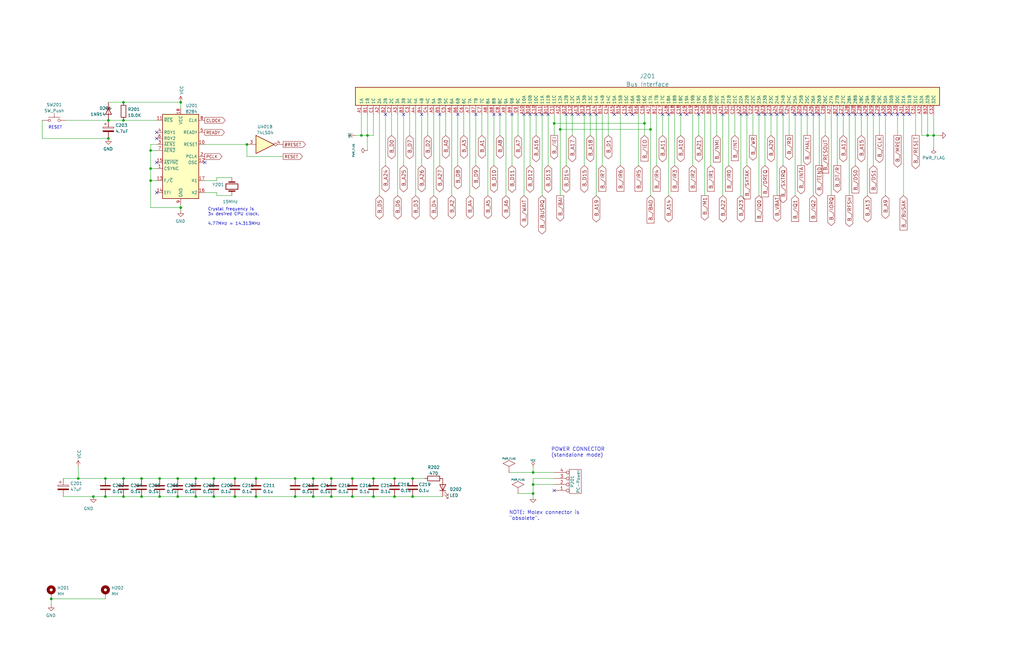
<source format=kicad_sch>
(kicad_sch (version 20211123) (generator eeschema)
  (paper "B")
  (title_block (title "8088Min CPU Board") (date "2022-10-07") (rev "1.0-001") (comment 1 "8088 Minimum-mode SBC") (comment 2 "Based on design from Walter Fuller"))
  (lib_symbols
    (symbol "74xx:74LS04"
      (property "Reference" "U" (at 0 1.27 0))
      (property "Value" "74LS04" (at 0 -1.27 0))
      (symbol "74LS04_1_0"
        (pin input line (at -7.62 0 0) (length 3.81) (name "~") (number "1"))
        (pin output inverted (at 7.62 0 180) (length 3.81) (name "~") (number "2"))
      )
      (symbol "74LS04_2_0"
        (pin input line (at -7.62 0 0) (length 3.81) (name "~") (number "3"))
        (pin output inverted (at 7.62 0 180) (length 3.81) (name "~") (number "4"))
      )
      (symbol "74LS04_3_0"
        (pin input line (at -7.62 0 0) (length 3.81) (name "~") (number "5"))
        (pin output inverted (at 7.62 0 180) (length 3.81) (name "~") (number "6"))
      )
      (symbol "74LS04_4_0"
        (pin output inverted (at 7.62 0 180) (length 3.81) (name "~") (number "8"))
        (pin input line (at -7.62 0 0) (length 3.81) (name "~") (number "9"))
      )
      (symbol "74LS04_5_0"
        (pin output inverted (at 7.62 0 180) (length 3.81) (name "~") (number "10"))
        (pin input line (at -7.62 0 0) (length 3.81) (name "~") (number "11"))
      )
      (symbol "74LS04_6_0"
        (pin output inverted (at 7.62 0 180) (length 3.81) (name "~") (number "12"))
        (pin input line (at -7.62 0 0) (length 3.81) (name "~") (number "13"))
      )
      (symbol "74LS04_7_0"
        (pin power_in line (at 0 12.7 270) (length 5.08) (name "VCC") (number "14"))
        (pin power_in line (at 0 -12.7 90) (length 5.08) (name "GND") (number "7"))
      )
    )
    (symbol "Device:C" (pin_numbers hide) (pin_names (offset 0.254))
      (property "Reference" "C" (at 0.635 2.54 0))
      (property "Value" "C" (at 0.635 -2.54 0))
      (symbol "C_1_1"
        (pin passive line (at 0 3.81 270) (length 2.794) (name "~") (number "1"))
        (pin passive line (at 0 -3.81 90) (length 2.794) (name "~") (number "2"))
      )
    )
    (symbol "Device:C_Polarized" (pin_numbers hide) (pin_names (offset 0.254))
      (property "Reference" "C" (at 0.635 2.54 0))
      (property "Value" "C_Polarized" (at 0.635 -2.54 0))
      (symbol "C_Polarized_1_1"
        (pin passive line (at 0 3.81 270) (length 2.794) (name "~") (number "1"))
        (pin passive line (at 0 -3.81 90) (length 2.794) (name "~") (number "2"))
      )
    )
    (symbol "Device:Crystal" (pin_numbers hide) (pin_names (offset 1.016) hide)
      (property "Reference" "Y" (at 0 3.81 0))
      (property "Value" "Crystal" (at 0 -3.81 0))
      (symbol "Crystal_1_1"
        (pin passive line (at -3.81 0 0) (length 1.27) (name "1") (number "1"))
        (pin passive line (at 3.81 0 180) (length 1.27) (name "2") (number "2"))
      )
    )
    (symbol "Device:D" (pin_numbers hide) (pin_names (offset 1.016) hide)
      (property "Reference" "D" (at 0 2.54 0))
      (property "Value" "D" (at 0 -2.54 0))
      (symbol "D_1_1"
        (pin passive line (at -3.81 0 0) (length 2.54) (name "K") (number "1"))
        (pin passive line (at 3.81 0 180) (length 2.54) (name "A") (number "2"))
      )
    )
    (symbol "Device:LED" (pin_numbers hide) (pin_names (offset 1.016) hide)
      (property "Reference" "D" (at 0 2.54 0))
      (property "Value" "LED" (at 0 -2.54 0))
      (symbol "LED_1_1"
        (pin passive line (at -3.81 0 0) (length 2.54) (name "K") (number "1"))
        (pin passive line (at 3.81 0 180) (length 2.54) (name "A") (number "2"))
      )
    )
    (symbol "Device:R" (pin_numbers hide) (pin_names (offset 0))
      (property "Reference" "R" (at 2.032 0 90))
      (property "Value" "R" (at 0 0 90))
      (symbol "R_1_1"
        (pin passive line (at 0 3.81 270) (length 1.27) (name "~") (number "1"))
        (pin passive line (at 0 -3.81 90) (length 1.27) (name "~") (number "2"))
      )
    )
    (symbol "Mechanical:MountingHole_Pad" (pin_numbers hide) (pin_names (offset 1.016) hide)
      (property "Reference" "H" (at 0 6.35 0))
      (property "Value" "MountingHole_Pad" (at 0 4.445 0))
      (symbol "MountingHole_Pad_1_1"
        (pin input line (at 0 -2.54 90) (length 2.54) (name "1") (number "1"))
      )
    )
    (symbol "RAC_Custom2:C96ABC-Connector"
      (property "Reference" "DIN201" (at -124.46 0 0))
      (property "Value" "C96ABC-Connector" (at 0 6.35 90))
      (symbol "C96ABC-Connector_1_1"
        (pin passive line (at -7.62 121.92 0) (length 3.81) (name "1A") (number "A1"))
        (pin passive line (at -7.62 53.34 0) (length 3.81) (name "10A") (number "A10"))
        (pin passive line (at -7.62 45.72 0) (length 3.81) (name "11A") (number "A11"))
        (pin passive line (at -7.62 38.1 0) (length 3.81) (name "12A") (number "A12"))
        (pin passive line (at -7.62 30.48 0) (length 3.81) (name "13A") (number "A13"))
        (pin passive line (at -7.62 22.86 0) (length 3.81) (name "14A") (number "A14"))
        (pin passive line (at -7.62 15.24 0) (length 3.81) (name "15A") (number "A15"))
        (pin passive line (at -7.62 7.62 0) (length 3.81) (name "16A") (number "A16"))
        (pin passive line (at -7.62 0 0) (length 3.81) (name "17A") (number "A17"))
        (pin passive line (at -7.62 -7.62 0) (length 3.81) (name "18A") (number "A18"))
        (pin passive line (at -7.62 -15.24 0) (length 3.81) (name "19A") (number "A19"))
        (pin passive line (at -7.62 114.3 0) (length 3.81) (name "2A") (number "A2"))
        (pin passive line (at -7.62 -22.86 0) (length 3.81) (name "20A") (number "A20"))
        (pin tri_state line (at -7.62 -30.48 0) (length 3.81) (name "21A") (number "A21"))
        (pin passive line (at -7.62 -38.1 0) (length 3.81) (name "22A") (number "A22"))
        (pin passive line (at -7.62 -45.72 0) (length 3.81) (name "23A") (number "A23"))
        (pin passive line (at -7.62 -53.34 0) (length 3.81) (name "24A") (number "A24"))
        (pin passive line (at -7.62 -60.96 0) (length 3.81) (name "25A") (number "A25"))
        (pin passive line (at -7.62 -68.58 0) (length 3.81) (name "26A") (number "A26"))
        (pin passive line (at -7.62 -76.2 0) (length 3.81) (name "27A") (number "A27"))
        (pin passive line (at -7.62 -83.82 0) (length 3.81) (name "28A") (number "A28"))
        (pin passive line (at -7.62 -91.44 0) (length 3.81) (name "29A") (number "A29"))
        (pin passive line (at -7.62 106.68 0) (length 3.81) (name "3A") (number "A3"))
        (pin passive line (at -7.62 -99.06 0) (length 3.81) (name "30A") (number "A30"))
        (pin passive line (at -7.62 -106.68 0) (length 3.81) (name "31A") (number "A31"))
        (pin passive line (at -7.62 -114.3 0) (length 3.81) (name "32A") (number "A32"))
        (pin passive line (at -7.62 99.06 0) (length 3.81) (name "4A") (number "A4"))
        (pin passive line (at -7.62 91.44 0) (length 3.81) (name "5A") (number "A5"))
        (pin passive line (at -7.62 83.82 0) (length 3.81) (name "6A") (number "A6"))
        (pin passive line (at -7.62 76.2 0) (length 3.81) (name "7A") (number "A7"))
        (pin passive line (at -7.62 68.58 0) (length 3.81) (name "8A") (number "A8"))
        (pin passive line (at -7.62 60.96 0) (length 3.81) (name "9A") (number "A9"))
        (pin passive line (at -7.62 119.38 0) (length 3.81) (name "1B") (number "B1"))
        (pin passive line (at -7.62 50.8 0) (length 3.81) (name "10B") (number "B10"))
        (pin passive line (at -7.62 43.18 0) (length 3.81) (name "11B") (number "B11"))
        (pin passive line (at -7.62 35.56 0) (length 3.81) (name "12B") (number "B12"))
        (pin passive line (at -7.62 27.94 0) (length 3.81) (name "13B") (number "B13"))
        (pin passive line (at -7.62 20.32 0) (length 3.81) (name "14B") (number "B14"))
        (pin passive line (at -7.62 12.7 0) (length 3.81) (name "15B") (number "B15"))
        (pin passive line (at -7.62 5.08 0) (length 3.81) (name "16B") (number "B16"))
        (pin passive line (at -7.62 -2.54 0) (length 3.81) (name "17B") (number "B17"))
        (pin passive line (at -7.62 -10.16 0) (length 3.81) (name "18B") (number "B18"))
        (pin passive line (at -7.62 -17.78 0) (length 3.81) (name "19B") (number "B19"))
        (pin passive line (at -7.62 111.76 0) (length 3.81) (name "2B") (number "B2"))
        (pin passive line (at -7.62 -25.4 0) (length 3.81) (name "20B") (number "B20"))
        (pin passive line (at -7.62 -33.02 0) (length 3.81) (name "21B") (number "B21"))
        (pin passive line (at -7.62 -40.64 0) (length 3.81) (name "22B") (number "B22"))
        (pin passive line (at -7.62 -48.26 0) (length 3.81) (name "23B") (number "B23"))
        (pin passive line (at -7.62 -55.88 0) (length 3.81) (name "24B") (number "B24"))
        (pin passive line (at -7.62 -63.5 0) (length 3.81) (name "25B") (number "B25"))
        (pin passive line (at -7.62 -71.12 0) (length 3.81) (name "26B") (number "B26"))
        (pin passive line (at -7.62 -78.74 0) (length 3.81) (name "27B") (number "B27"))
        (pin passive line (at -7.62 -86.36 0) (length 3.81) (name "28B") (number "B28"))
        (pin passive line (at -7.62 -93.98 0) (length 3.81) (name "29B") (number "B29"))
        (pin passive line (at -7.62 104.14 0) (length 3.81) (name "3B") (number "B3"))
        (pin passive line (at -7.62 -101.6 0) (length 3.81) (name "30B") (number "B30"))
        (pin passive line (at -7.62 -109.22 0) (length 3.81) (name "31B") (number "B31"))
        (pin passive line (at -7.62 -116.84 0) (length 3.81) (name "32B") (number "B32"))
        (pin passive line (at -7.62 96.52 0) (length 3.81) (name "4B") (number "B4"))
        (pin passive line (at -7.62 88.9 0) (length 3.81) (name "5B") (number "B5"))
        (pin passive line (at -7.62 81.28 0) (length 3.81) (name "6B") (number "B6"))
        (pin passive line (at -7.62 73.66 0) (length 3.81) (name "7B") (number "B7"))
        (pin passive line (at -7.62 66.04 0) (length 3.81) (name "8B") (number "B8"))
        (pin passive line (at -7.62 58.42 0) (length 3.81) (name "9B") (number "B9"))
        (pin passive line (at -7.62 116.84 0) (length 3.81) (name "1C") (number "C1"))
        (pin passive line (at -7.62 48.26 0) (length 3.81) (name "10C") (number "C10"))
        (pin passive line (at -7.62 40.64 0) (length 3.81) (name "11C") (number "C11"))
        (pin passive line (at -7.62 33.02 0) (length 3.81) (name "12C") (number "C12"))
        (pin passive line (at -7.62 25.4 0) (length 3.81) (name "13C") (number "C13"))
        (pin passive line (at -7.62 17.78 0) (length 3.81) (name "14C") (number "C14"))
        (pin passive line (at -7.62 10.16 0) (length 3.81) (name "15C") (number "C15"))
        (pin passive line (at -7.62 2.54 0) (length 3.81) (name "16C") (number "C16"))
        (pin passive line (at -7.62 -5.08 0) (length 3.81) (name "17C") (number "C17"))
        (pin passive line (at -7.62 -12.7 0) (length 3.81) (name "18C") (number "C18"))
        (pin passive line (at -7.62 -20.32 0) (length 3.81) (name "19C") (number "C19"))
        (pin passive line (at -7.62 109.22 0) (length 3.81) (name "2C") (number "C2"))
        (pin passive line (at -7.62 -27.94 0) (length 3.81) (name "20C") (number "C20"))
        (pin passive line (at -7.62 -35.56 0) (length 3.81) (name "21C") (number "C21"))
        (pin passive line (at -7.62 -43.18 0) (length 3.81) (name "22C") (number "C22"))
        (pin passive line (at -7.62 -50.8 0) (length 3.81) (name "23C") (number "C23"))
        (pin passive line (at -7.62 -58.42 0) (length 3.81) (name "24C") (number "C24"))
        (pin passive line (at -7.62 -66.04 0) (length 3.81) (name "25C") (number "C25"))
        (pin passive line (at -7.62 -73.66 0) (length 3.81) (name "26C") (number "C26"))
        (pin passive line (at -7.62 -81.28 0) (length 3.81) (name "27C") (number "C27"))
        (pin passive line (at -7.62 -88.9 0) (length 3.81) (name "28C") (number "C28"))
        (pin passive line (at -7.62 -96.52 0) (length 3.81) (name "29C") (number "C29"))
        (pin passive line (at -7.62 101.6 0) (length 3.81) (name "3C") (number "C3"))
        (pin passive line (at -7.62 -104.14 0) (length 3.81) (name "30C") (number "C30"))
        (pin passive line (at -7.62 -111.76 0) (length 3.81) (name "31C") (number "C31"))
        (pin passive line (at -7.62 -119.38 0) (length 3.81) (name "32C") (number "C32"))
        (pin passive line (at -7.62 93.98 0) (length 3.81) (name "4C") (number "C4"))
        (pin passive line (at -7.62 86.36 0) (length 3.81) (name "5C") (number "C5"))
        (pin passive line (at -7.62 78.74 0) (length 3.81) (name "6C") (number "C6"))
        (pin passive line (at -7.62 71.12 0) (length 3.81) (name "7C") (number "C7"))
        (pin passive line (at -7.62 63.5 0) (length 3.81) (name "8C") (number "C8"))
        (pin passive line (at -7.62 55.88 0) (length 3.81) (name "9C") (number "C9"))
      )
    )
    (symbol "SBC-188-rescue:CONN_4" (pin_names (offset 1.016) hide)
      (property "Reference" "P" (at -1.27 0 90))
      (property "Value" "CONN_4" (at 1.27 0 90))
      (symbol "CONN_4_1_1"
        (pin passive inverted (at -8.89 3.81 0) (length 6.35) (name "P1") (number "1"))
        (pin passive inverted (at -8.89 1.27 0) (length 6.35) (name "P2") (number "2"))
        (pin passive inverted (at -8.89 -1.27 0) (length 6.35) (name "P3") (number "3"))
        (pin passive inverted (at -8.89 -3.81 0) (length 6.35) (name "P4") (number "4"))
      )
    )
    (symbol "SBC-188-rescue:GND" (power) (pin_names (offset 0))
      (symbol "GND_1_1"
        (pin power_in line (at 0 0 90) (length 0) hide (name "GND") (number "1"))
      )
    )
    (symbol "SBC-188-rescue:PWR_FLAG" (power) (pin_numbers hide) (pin_names (offset 0) hide)
      (property "Value" "PWR_FLAG" (at 0 5.842 0))
      (symbol "PWR_FLAG_0_0"
        (pin power_out line (at 0 0 90) (length 0) (name "pwr") (number "1"))
      )
    )
    (symbol "SBC-188-rescue:VCC" (power) (pin_names (offset 0))
      (property "Value" "VCC" (at 0 2.54 0))
      (symbol "VCC_0_0"
        (pin power_in line (at 0 0 90) (length 0) hide (name "VCC") (number "1"))
      )
    )
    (symbol "Switch:SW_Push" (pin_numbers hide) (pin_names (offset 1.016) hide)
      (property "Reference" "SW" (at 1.27 2.54 0))
      (property "Value" "SW_Push" (at 0 -1.524 0))
      (symbol "SW_Push_0_1"
        (pin passive line (at -5.08 0 0) (length 2.54) (name "1") (number "1"))
        (pin passive line (at 5.08 0 180) (length 2.54) (name "2") (number "2"))
      )
    )
    (symbol "Timer:8284"
      (property "Reference" "U" (at -3.81 19.05 0))
      (property "Value" "8284" (at 2.54 19.05 0))
      (symbol "8284_1_1"
        (pin input line (at -10.16 -5.08 0) (length 2.54) (name "CSYNC") (number "1"))
        (pin output line (at 10.16 5.08 180) (length 2.54) (name "RESET") (number "10"))
        (pin input line (at -10.16 15.24 0) (length 2.54) (name "~{RES}") (number "11"))
        (pin output line (at 10.16 -2.54 180) (length 2.54) (name "OSC") (number "12"))
        (pin input line (at -10.16 -10.16 0) (length 2.54) (name "F/~{C}") (number "13"))
        (pin input line (at -10.16 -15.24 0) (length 2.54) (name "EFI") (number "14"))
        (pin input line (at -10.16 -2.54 0) (length 2.54) (name "~{ASYNC}") (number "15"))
        (pin output line (at 10.16 -15.24 180) (length 2.54) (name "X2") (number "16"))
        (pin input line (at 10.16 -10.16 180) (length 2.54) (name "X1") (number "17"))
        (pin power_in line (at 0 20.32 270) (length 2.54) (name "VCC") (number "18"))
        (pin output line (at 10.16 0 180) (length 2.54) (name "PCLK") (number "2"))
        (pin input line (at -10.16 5.08 0) (length 2.54) (name "~{AEN1}") (number "3"))
        (pin input line (at -10.16 10.16 0) (length 2.54) (name "RDY1") (number "4"))
        (pin output line (at 10.16 10.16 180) (length 2.54) (name "READY") (number "5"))
        (pin input line (at -10.16 7.62 0) (length 2.54) (name "RDY2") (number "6"))
        (pin input line (at -10.16 2.54 0) (length 2.54) (name "~{AEN2}") (number "7"))
        (pin output line (at 10.16 15.24 180) (length 2.54) (name "CLK") (number "8"))
        (pin power_in line (at 0 -20.32 90) (length 2.54) (name "GND") (number "9"))
      )
    )
    (symbol "power:GND" (power) (pin_names (offset 0))
      (property "Value" "GND" (at 0 -3.81 0))
      (symbol "GND_1_1"
        (pin power_in line (at 0 0 270) (length 0) hide (name "GND") (number "1"))
      )
    )
    (symbol "power:PWR_FLAG" (power) (pin_numbers hide) (pin_names (offset 0) hide)
      (property "Value" "PWR_FLAG" (at 0 3.81 0))
      (symbol "PWR_FLAG_0_0"
        (pin power_out line (at 0 0 90) (length 0) (name "pwr") (number "1"))
      )
    )
    (symbol "power:VCC" (power) (pin_names (offset 0))
      (property "Value" "VCC" (at 0 3.81 0))
      (symbol "VCC_1_1"
        (pin power_in line (at 0 0 90) (length 0) hide (name "VCC") (number "1"))
      )
    )
  )
  (junction (at 173.99 209.55))
  (junction (at 52.07 50.8))
  (junction (at 63.5 76.2))
  (junction (at 391.16 57.15))
  (junction (at 124.46 209.55))
  (junction (at 63.5 71.12))
  (junction (at 82.55 209.55))
  (junction (at 124.46 201.93))
  (junction (at 33.02 201.93))
  (junction (at 224.79 199.39))
  (junction (at 76.2 43.18))
  (junction (at 157.48 209.55))
  (junction (at 157.48 201.93))
  (junction (at 52.07 43.18))
  (junction (at 45.72 50.8))
  (junction (at 132.08 209.55))
  (junction (at 74.93 201.93))
  (junction (at 76.2 87.63))
  (junction (at 82.55 201.93))
  (junction (at 99.06 201.93))
  (junction (at 67.31 209.55))
  (junction (at 139.7 201.93))
  (junction (at 173.99 201.93))
  (junction (at 90.17 209.55))
  (junction (at 274.32 54.61))
  (junction (at 67.31 201.93))
  (junction (at 224.79 204.47))
  (junction (at 154.94 57.15))
  (junction (at 59.69 209.55))
  (junction (at 148.59 209.55))
  (junction (at 107.95 201.93))
  (junction (at 233.68 52.07))
  (junction (at 139.7 209.55))
  (junction (at 271.78 52.07))
  (junction (at 74.93 209.55))
  (junction (at 224.79 208.28))
  (junction (at 44.45 209.55))
  (junction (at 107.95 209.55))
  (junction (at 39.37 209.55))
  (junction (at 52.07 201.93))
  (junction (at 52.07 209.55))
  (junction (at 166.37 201.93))
  (junction (at 132.08 201.93))
  (junction (at 104.14 60.96))
  (junction (at 166.37 209.55))
  (junction (at 59.69 201.93))
  (junction (at 21.59 252.73))
  (junction (at 152.4 57.15))
  (junction (at 236.22 54.61))
  (junction (at 63.5 63.5))
  (junction (at 45.72 58.42))
  (junction (at 99.06 209.55))
  (junction (at 393.7 57.15))
  (junction (at 44.45 201.93))
  (junction (at 90.17 201.93))
  (junction (at 148.59 201.93))
  (no_connect (at 248.92 48.26))
  (no_connect (at 210.82 48.26))
  (no_connect (at 320.04 48.26))
  (no_connect (at 281.94 48.26))
  (no_connect (at 383.54 48.26))
  (no_connect (at 266.7 48.26))
  (no_connect (at 335.28 48.26))
  (no_connect (at 66.04 68.58))
  (no_connect (at 381 48.26))
  (no_connect (at 330.2 48.26))
  (no_connect (at 279.4 48.26))
  (no_connect (at 345.44 48.26))
  (no_connect (at 226.06 48.26))
  (no_connect (at 162.56 48.26))
  (no_connect (at 215.9 48.26))
  (no_connect (at 264.16 48.26))
  (no_connect (at 378.46 48.26))
  (no_connect (at 259.08 48.26))
  (no_connect (at 340.36 48.26))
  (no_connect (at 363.22 48.26))
  (no_connect (at 86.36 68.58))
  (no_connect (at 66.04 55.88))
  (no_connect (at 66.04 58.42))
  (no_connect (at 66.04 81.28))
  (no_connect (at 342.9 48.26))
  (no_connect (at 223.52 48.26))
  (no_connect (at 368.3 48.26))
  (no_connect (at 358.14 48.26))
  (no_connect (at 193.04 48.26))
  (no_connect (at 238.76 48.26))
  (no_connect (at 251.46 48.26))
  (no_connect (at 231.14 48.26))
  (no_connect (at 325.12 48.26))
  (no_connect (at 304.8 48.26))
  (no_connect (at 365.76 48.26))
  (no_connect (at 327.66 48.26))
  (no_connect (at 314.96 48.26))
  (no_connect (at 353.06 48.26))
  (no_connect (at 228.6 48.26))
  (no_connect (at 170.18 48.26))
  (no_connect (at 208.28 48.26))
  (no_connect (at 322.58 48.26))
  (no_connect (at 241.3 48.26))
  (no_connect (at 220.98 48.26))
  (no_connect (at 360.68 48.26))
  (no_connect (at 373.38 48.26))
  (no_connect (at 287.02 48.26))
  (no_connect (at 200.66 48.26))
  (no_connect (at 177.8 48.26))
  (no_connect (at 243.84 48.26))
  (no_connect (at 375.92 48.26))
  (no_connect (at 294.64 48.26))
  (no_connect (at 312.42 48.26))
  (no_connect (at 370.84 48.26))
  (no_connect (at 246.38 48.26))
  (no_connect (at 337.82 48.26))
  (no_connect (at 185.42 48.26))
  (no_connect (at 233.68 207.01))
  (no_connect (at 289.56 48.26))
  (no_connect (at 355.6 48.26))
  (wire (pts (xy 157.48 48.26) (xy 157.48 57.15)))
  (wire (pts (xy 154.94 57.15) (xy 157.48 57.15)))
  (wire (pts (xy 224.79 204.47) (xy 233.68 204.47)))
  (wire (pts (xy 363.22 48.26) (xy 363.22 57.15)))
  (wire (pts (xy 63.5 87.63) (xy 76.2 87.63)))
  (wire (pts (xy 157.48 209.55) (xy 166.37 209.55)))
  (wire (pts (xy 355.6 48.26) (xy 355.6 57.15)))
  (wire (pts (xy 152.4 57.15) (xy 154.94 57.15)))
  (wire (pts (xy 381 48.26) (xy 381 82.55)))
  (wire (pts (xy 76.2 43.18) (xy 76.2 45.72)))
  (wire (pts (xy 74.93 209.55) (xy 82.55 209.55)))
  (wire (pts (xy 287.02 48.26) (xy 287.02 57.15)))
  (wire (pts (xy 391.16 57.15) (xy 393.7 57.15)))
  (wire (pts (xy 337.82 48.26) (xy 337.82 69.85)))
  (wire (pts (xy 175.26 48.26) (xy 175.26 82.55)))
  (wire (pts (xy 107.95 209.55) (xy 124.46 209.55)))
  (wire (pts (xy 63.5 76.2) (xy 63.5 71.12)))
  (wire (pts (xy 173.99 209.55) (xy 186.69 209.55)))
  (wire (pts (xy 299.72 48.26) (xy 299.72 69.85)))
  (wire (pts (xy 52.07 209.55) (xy 59.69 209.55)))
  (wire (pts (xy 358.14 48.26) (xy 358.14 82.55)))
  (wire (pts (xy 365.76 48.26) (xy 365.76 82.55)))
  (wire (pts (xy 350.52 48.26) (xy 350.52 82.55)))
  (wire (pts (xy 170.18 48.26) (xy 170.18 69.85)))
  (wire (pts (xy 166.37 209.55) (xy 173.99 209.55)))
  (wire (pts (xy 391.16 48.26) (xy 391.16 57.15)))
  (wire (pts (xy 254 48.26) (xy 254 69.85)))
  (wire (pts (xy 173.99 201.93) (xy 179.07 201.93)))
  (wire (pts (xy 99.06 209.55) (xy 107.95 209.55)))
  (wire (pts (xy 148.59 201.93) (xy 157.48 201.93)))
  (wire (pts (xy 139.7 209.55) (xy 148.59 209.55)))
  (wire (pts (xy 148.59 209.55) (xy 157.48 209.55)))
  (wire (pts (xy 226.06 48.26) (xy 226.06 57.15)))
  (wire (pts (xy 203.2 48.26) (xy 203.2 57.15)))
  (wire (pts (xy 66.04 60.96) (xy 63.5 60.96)))
  (wire (pts (xy 309.88 48.26) (xy 309.88 57.15)))
  (wire (pts (xy 224.79 208.28) (xy 224.79 204.47)))
  (wire (pts (xy 388.62 48.26) (xy 388.62 57.15)))
  (wire (pts (xy 45.72 50.8) (xy 52.07 50.8)))
  (wire (pts (xy 59.69 209.55) (xy 67.31 209.55)))
  (wire (pts (xy 294.64 48.26) (xy 294.64 57.15)))
  (wire (pts (xy 307.34 48.26) (xy 307.34 69.85)))
  (wire (pts (xy 220.98 48.26) (xy 220.98 82.55)))
  (wire (pts (xy 271.78 48.26) (xy 271.78 52.07)))
  (wire (pts (xy 193.04 48.26) (xy 193.04 69.85)))
  (wire (pts (xy 52.07 50.8) (xy 66.04 50.8)))
  (wire (pts (xy 378.46 48.26) (xy 378.46 57.15)))
  (wire (pts (xy 325.12 48.26) (xy 325.12 57.15)))
  (wire (pts (xy 297.18 48.26) (xy 297.18 82.55)))
  (wire (pts (xy 190.5 48.26) (xy 190.5 82.55)))
  (wire (pts (xy 33.02 201.93) (xy 44.45 201.93)))
  (wire (pts (xy 182.88 48.26) (xy 182.88 82.55)))
  (wire (pts (xy 157.48 201.93) (xy 166.37 201.93)))
  (wire (pts (xy 233.68 48.26) (xy 233.68 52.07)))
  (wire (pts (xy 248.92 48.26) (xy 248.92 57.15)))
  (wire (pts (xy 233.68 52.07) (xy 233.68 57.15)))
  (wire (pts (xy 236.22 54.61) (xy 236.22 82.55)))
  (wire (pts (xy 224.79 208.28) (xy 218.44 208.28)))
  (wire (pts (xy 63.5 76.2) (xy 63.5 87.63)))
  (wire (pts (xy 44.45 209.55) (xy 52.07 209.55)))
  (wire (pts (xy 256.54 48.26) (xy 256.54 57.15)))
  (wire (pts (xy 124.46 209.55) (xy 132.08 209.55)))
  (wire (pts (xy 104.14 66.04) (xy 104.14 60.96)))
  (wire (pts (xy 284.48 48.26) (xy 284.48 69.85)))
  (wire (pts (xy 340.36 48.26) (xy 340.36 57.15)))
  (wire (pts (xy 330.2 48.26) (xy 330.2 69.85)))
  (wire (pts (xy 335.28 48.26) (xy 335.28 82.55)))
  (wire (pts (xy 251.46 48.26) (xy 251.46 82.55)))
  (wire (pts (xy 302.26 48.26) (xy 302.26 57.15)))
  (wire (pts (xy 119.38 66.04) (xy 104.14 66.04)))
  (wire (pts (xy 393.7 57.15) (xy 396.24 57.15)))
  (wire (pts (xy 224.79 210.82) (xy 224.79 208.28)))
  (wire (pts (xy 166.37 201.93) (xy 173.99 201.93)))
  (wire (pts (xy 99.06 201.93) (xy 107.95 201.93)))
  (wire (pts (xy 224.79 196.85) (xy 224.79 199.39)))
  (wire (pts (xy 327.66 48.26) (xy 327.66 82.55)))
  (wire (pts (xy 52.07 201.93) (xy 59.69 201.93)))
  (wire (pts (xy 388.62 57.15) (xy 391.16 57.15)))
  (wire (pts (xy 39.37 209.55) (xy 44.45 209.55)))
  (wire (pts (xy 368.3 48.26) (xy 368.3 69.85)))
  (wire (pts (xy 26.67 209.55) (xy 39.37 209.55)))
  (wire (pts (xy 167.64 48.26) (xy 167.64 82.55)))
  (wire (pts (xy 66.04 76.2) (xy 63.5 76.2)))
  (wire (pts (xy 281.94 48.26) (xy 281.94 82.55)))
  (wire (pts (xy 393.7 48.26) (xy 393.7 57.15)))
  (wire (pts (xy 274.32 48.26) (xy 274.32 54.61)))
  (wire (pts (xy 320.04 48.26) (xy 320.04 82.55)))
  (wire (pts (xy 224.79 199.39) (xy 233.68 199.39)))
  (wire (pts (xy 177.8 48.26) (xy 177.8 69.85)))
  (wire (pts (xy 91.44 76.2) (xy 91.44 74.93)))
  (wire (pts (xy 279.4 48.26) (xy 279.4 57.15)))
  (wire (pts (xy 233.68 52.07) (xy 271.78 52.07)))
  (wire (pts (xy 76.2 87.63) (xy 76.2 88.9)))
  (wire (pts (xy 224.79 201.93) (xy 233.68 201.93)))
  (wire (pts (xy 353.06 48.26) (xy 353.06 69.85)))
  (wire (pts (xy 107.95 201.93) (xy 124.46 201.93)))
  (wire (pts (xy 91.44 74.93) (xy 97.79 74.93)))
  (wire (pts (xy 200.66 48.26) (xy 200.66 69.85)))
  (wire (pts (xy 82.55 209.55) (xy 90.17 209.55)))
  (wire (pts (xy 180.34 48.26) (xy 180.34 57.15)))
  (wire (pts (xy 91.44 81.28) (xy 86.36 81.28)))
  (wire (pts (xy 276.86 48.26) (xy 276.86 69.85)))
  (wire (pts (xy 91.44 82.55) (xy 91.44 81.28)))
  (wire (pts (xy 231.14 48.26) (xy 231.14 69.85)))
  (wire (pts (xy 76.2 87.63) (xy 76.2 86.36)))
  (wire (pts (xy 208.28 48.26) (xy 208.28 69.85)))
  (wire (pts (xy 223.52 48.26) (xy 223.52 69.85)))
  (wire (pts (xy 63.5 60.96) (xy 63.5 63.5)))
  (wire (pts (xy 33.02 196.85) (xy 33.02 201.93)))
  (wire (pts (xy 139.7 201.93) (xy 148.59 201.93)))
  (wire (pts (xy 160.02 48.26) (xy 160.02 82.55)))
  (wire (pts (xy 17.78 58.42) (xy 45.72 58.42)))
  (wire (pts (xy 132.08 209.55) (xy 139.7 209.55)))
  (wire (pts (xy 82.55 201.93) (xy 90.17 201.93)))
  (wire (pts (xy 322.58 48.26) (xy 322.58 69.85)))
  (wire (pts (xy 370.84 48.26) (xy 370.84 57.15)))
  (wire (pts (xy 312.42 48.26) (xy 312.42 82.55)))
  (wire (pts (xy 386.08 48.26) (xy 386.08 57.15)))
  (wire (pts (xy 271.78 52.07) (xy 271.78 57.15)))
  (wire (pts (xy 269.24 48.26) (xy 269.24 69.85)))
  (wire (pts (xy 373.38 48.26) (xy 373.38 82.55)))
  (wire (pts (xy 165.1 48.26) (xy 165.1 57.15)))
  (wire (pts (xy 21.59 252.73) (xy 44.45 252.73)))
  (wire (pts (xy 213.36 48.26) (xy 213.36 82.55)))
  (wire (pts (xy 17.78 50.8) (xy 17.78 58.42)))
  (wire (pts (xy 63.5 71.12) (xy 66.04 71.12)))
  (wire (pts (xy 246.38 48.26) (xy 246.38 69.85)))
  (wire (pts (xy 393.7 57.15) (xy 393.7 62.23)))
  (wire (pts (xy 90.17 201.93) (xy 99.06 201.93)))
  (wire (pts (xy 332.74 48.26) (xy 332.74 57.15)))
  (wire (pts (xy 124.46 201.93) (xy 132.08 201.93)))
  (wire (pts (xy 149.86 57.15) (xy 152.4 57.15)))
  (wire (pts (xy 228.6 48.26) (xy 228.6 82.55)))
  (wire (pts (xy 45.72 43.18) (xy 52.07 43.18)))
  (wire (pts (xy 44.45 201.93) (xy 52.07 201.93)))
  (wire (pts (xy 195.58 48.26) (xy 195.58 57.15)))
  (wire (pts (xy 27.94 50.8) (xy 45.72 50.8)))
  (wire (pts (xy 21.59 252.73) (xy 21.59 255.27)))
  (wire (pts (xy 67.31 209.55) (xy 74.93 209.55)))
  (wire (pts (xy 238.76 48.26) (xy 238.76 69.85)))
  (wire (pts (xy 86.36 76.2) (xy 91.44 76.2)))
  (wire (pts (xy 172.72 48.26) (xy 172.72 57.15)))
  (wire (pts (xy 59.69 201.93) (xy 67.31 201.93)))
  (wire (pts (xy 304.8 48.26) (xy 304.8 82.55)))
  (wire (pts (xy 97.79 82.55) (xy 91.44 82.55)))
  (wire (pts (xy 185.42 48.26) (xy 185.42 69.85)))
  (wire (pts (xy 86.36 60.96) (xy 104.14 60.96)))
  (wire (pts (xy 154.94 57.15) (xy 154.94 63.5)))
  (wire (pts (xy 162.56 48.26) (xy 162.56 69.85)))
  (wire (pts (xy 317.5 48.26) (xy 317.5 57.15)))
  (wire (pts (xy 218.44 48.26) (xy 218.44 57.15)))
  (wire (pts (xy 261.62 48.26) (xy 261.62 69.85)))
  (wire (pts (xy 215.9 48.26) (xy 215.9 69.85)))
  (wire (pts (xy 236.22 48.26) (xy 236.22 54.61)))
  (wire (pts (xy 152.4 48.26) (xy 152.4 57.15)))
  (wire (pts (xy 274.32 54.61) (xy 274.32 82.55)))
  (wire (pts (xy 67.31 201.93) (xy 74.93 201.93)))
  (wire (pts (xy 347.98 48.26) (xy 347.98 57.15)))
  (wire (pts (xy 74.93 201.93) (xy 82.55 201.93)))
  (wire (pts (xy 63.5 63.5) (xy 66.04 63.5)))
  (wire (pts (xy 241.3 48.26) (xy 241.3 57.15)))
  (wire (pts (xy 63.5 63.5) (xy 63.5 71.12)))
  (wire (pts (xy 342.9 48.26) (xy 342.9 82.55)))
  (wire (pts (xy 214.63 199.39) (xy 224.79 199.39)))
  (wire (pts (xy 132.08 201.93) (xy 139.7 201.93)))
  (wire (pts (xy 224.79 204.47) (xy 224.79 201.93)))
  (wire (pts (xy 210.82 48.26) (xy 210.82 57.15)))
  (wire (pts (xy 292.1 48.26) (xy 292.1 69.85)))
  (wire (pts (xy 198.12 48.26) (xy 198.12 82.55)))
  (wire (pts (xy 52.07 43.18) (xy 76.2 43.18)))
  (wire (pts (xy 26.67 201.93) (xy 33.02 201.93)))
  (wire (pts (xy 274.32 54.61) (xy 236.22 54.61)))
  (wire (pts (xy 205.74 48.26) (xy 205.74 82.55)))
  (wire (pts (xy 187.96 48.26) (xy 187.96 57.15)))
  (wire (pts (xy 90.17 209.55) (xy 99.06 209.55)))
  (wire (pts (xy 154.94 48.26) (xy 154.94 57.15)))
  (wire (pts (xy 360.68 48.26) (xy 360.68 69.85)))
  (wire (pts (xy 314.96 48.26) (xy 314.96 69.85)))
  (wire (pts (xy 345.44 48.26) (xy 345.44 69.85)))
  (text "NOTE: Molex connector is\n\"obsolete\"." (at 214.63 219.71 0) (effects (font (size 1.524 1.524)) (justify left bottom)))
  (text "POWER CONNECTOR\n(standalone mode)" (at 232.41 193.04 0) (effects (font (size 1.524 1.524)) (justify left bottom)))
  (text "RESET" (at 20.32 54.61 0) (effects (font (size 1.27 1.27)) (justify left bottom)))
  (text "Crystal frequency is\n3x desired CPU clock.\n\n4.77MHz = 14.313MHz" (at 87.63 95.25 0) (effects (font (size 1.27 1.27)) (justify left bottom)))
  (global_label "B_A15" (shape tri_state) (at 363.22 57.15 270) (effects (font (size 1.524 1.524))) (property "Intersheet References" "${INTERSHEET_REFS}" (effects hide)))
  (global_label "B_D10" (shape tri_state) (at 208.28 69.85 270) (effects (font (size 1.524 1.524))) (property "Intersheet References" "${INTERSHEET_REFS}" (effects hide)))
  (global_label "B_A17" (shape tri_state) (at 241.3 57.15 270) (effects (font (size 1.524 1.524))) (property "Intersheet References" "${INTERSHEET_REFS}" (effects hide)))
  (global_label "B_D5" (shape bidirectional) (at 160.02 82.55 270) (effects (font (size 1.524 1.524))) (property "Intersheet References" "${INTERSHEET_REFS}" (effects hide)))
  (global_label "B_/IORQ" (shape output) (at 350.52 82.55 270) (effects (font (size 1.524 1.524))) (property "Intersheet References" "${INTERSHEET_REFS}" (effects hide)))
  (global_label "B_A13" (shape tri_state) (at 365.76 82.55 270) (effects (font (size 1.524 1.524))) (property "Intersheet References" "${INTERSHEET_REFS}" (effects hide)))
  (global_label "B_/IEO" (shape input) (at 271.78 57.15 270) (effects (font (size 1.524 1.524))) (property "Intersheet References" "${INTERSHEET_REFS}" (effects hide)))
  (global_label "B_D2" (shape bidirectional) (at 180.34 57.15 270) (effects (font (size 1.524 1.524))) (property "Intersheet References" "${INTERSHEET_REFS}" (effects hide)))
  (global_label "B_DT/R" (shape output) (at 353.06 69.85 270) (effects (font (size 1.524 1.524))) (property "Intersheet References" "${INTERSHEET_REFS}" (effects hide)))
  (global_label "B_/SXTRQ" (shape tri_state) (at 330.2 69.85 270) (effects (font (size 1.524 1.524))) (property "Intersheet References" "${INTERSHEET_REFS}" (effects hide)))
  (global_label "B_/BAO" (shape input) (at 274.32 82.55 270) (effects (font (size 1.524 1.524))) (property "Intersheet References" "${INTERSHEET_REFS}" (effects hide)))
  (global_label "B_D4" (shape bidirectional) (at 182.88 82.55 270) (effects (font (size 1.524 1.524))) (property "Intersheet References" "${INTERSHEET_REFS}" (effects hide)))
  (global_label "B_/IR5" (shape input) (at 269.24 69.85 270) (effects (font (size 1.524 1.524))) (property "Intersheet References" "${INTERSHEET_REFS}" (effects hide)))
  (global_label "B_/BAI" (shape output) (at 236.22 82.55 270) (effects (font (size 1.524 1.524))) (property "Intersheet References" "${INTERSHEET_REFS}" (effects hide)))
  (global_label "B_/BUSRQ" (shape bidirectional) (at 228.6 82.55 270) (effects (font (size 1.524 1.524))) (property "Intersheet References" "${INTERSHEET_REFS}" (effects hide)))
  (global_label "B_/DS1" (shape input) (at 368.3 69.85 270) (effects (font (size 1.524 1.524))) (property "Intersheet References" "${INTERSHEET_REFS}" (effects hide)))
  (global_label "B_A19" (shape tri_state) (at 251.46 82.55 270) (effects (font (size 1.524 1.524))) (property "Intersheet References" "${INTERSHEET_REFS}" (effects hide)))
  (global_label "B_D11" (shape tri_state) (at 215.9 69.85 270) (effects (font (size 1.524 1.524))) (property "Intersheet References" "${INTERSHEET_REFS}" (effects hide)))
  (global_label "PCLK" (shape output) (at 86.36 66.04 0) (property "Intersheet References" "${INTERSHEET_REFS}" (effects hide)))
  (global_label "B_D8" (shape tri_state) (at 193.04 69.85 270) (effects (font (size 1.524 1.524))) (property "Intersheet References" "${INTERSHEET_REFS}" (effects hide)))
  (global_label "B_A25" (shape bidirectional) (at 170.18 69.85 270) (effects (font (size 1.524 1.524))) (property "Intersheet References" "${INTERSHEET_REFS}" (effects hide)))
  (global_label "B_A6" (shape bidirectional) (at 213.36 82.55 270) (effects (font (size 1.524 1.524))) (property "Intersheet References" "${INTERSHEET_REFS}" (effects hide)))
  (global_label "B_/RD" (shape output) (at 332.74 57.15 270) (effects (font (size 1.524 1.524))) (property "Intersheet References" "${INTERSHEET_REFS}" (effects hide)))
  (global_label "B_/RESOUT" (shape input) (at 347.98 57.15 270) (effects (font (size 1.524 1.524))) (property "Intersheet References" "${INTERSHEET_REFS}" (effects hide)))
  (global_label "B_/IEI" (shape output) (at 233.68 57.15 270) (effects (font (size 1.524 1.524))) (property "Intersheet References" "${INTERSHEET_REFS}" (effects hide)))
  (global_label "B_A8" (shape bidirectional) (at 210.82 57.15 270) (effects (font (size 1.524 1.524))) (property "Intersheet References" "${INTERSHEET_REFS}" (effects hide)))
  (global_label "B_A12" (shape tri_state) (at 355.6 57.15 270) (effects (font (size 1.524 1.524))) (property "Intersheet References" "${INTERSHEET_REFS}" (effects hide)))
  (global_label "B_D9" (shape tri_state) (at 200.66 69.85 270) (effects (font (size 1.524 1.524))) (property "Intersheet References" "${INTERSHEET_REFS}" (effects hide)))
  (global_label "B_/DS0" (shape input) (at 360.68 69.85 270) (effects (font (size 1.524 1.524))) (property "Intersheet References" "${INTERSHEET_REFS}" (effects hide)))
  (global_label "B_A14" (shape tri_state) (at 281.94 82.55 270) (effects (font (size 1.524 1.524))) (property "Intersheet References" "${INTERSHEET_REFS}" (effects hide)))
  (global_label "B_/INT" (shape input) (at 309.88 57.15 270) (effects (font (size 1.524 1.524))) (property "Intersheet References" "${INTERSHEET_REFS}" (effects hide)))
  (global_label "B_A0" (shape bidirectional) (at 187.96 57.15 270) (effects (font (size 1.524 1.524))) (property "Intersheet References" "${INTERSHEET_REFS}" (effects hide)))
  (global_label "B_D7" (shape bidirectional) (at 172.72 57.15 270) (effects (font (size 1.524 1.524))) (property "Intersheet References" "${INTERSHEET_REFS}" (effects hide)))
  (global_label "B_A26" (shape bidirectional) (at 177.8 69.85 270) (effects (font (size 1.524 1.524))) (property "Intersheet References" "${INTERSHEET_REFS}" (effects hide)))
  (global_label "B_D0" (shape bidirectional) (at 165.1 57.15 270) (effects (font (size 1.524 1.524))) (property "Intersheet References" "${INTERSHEET_REFS}" (effects hide)))
  (global_label "CLOCK" (shape output) (at 86.36 50.8 0) (property "Intersheet References" "${INTERSHEET_REFS}" (effects hide)))
  (global_label "B_/DREQ" (shape input) (at 322.58 69.85 270) (effects (font (size 1.524 1.524))) (property "Intersheet References" "${INTERSHEET_REFS}" (effects hide)))
  (global_label "B_D1" (shape bidirectional) (at 256.54 57.15 270) (effects (font (size 1.524 1.524))) (property "Intersheet References" "${INTERSHEET_REFS}" (effects hide)))
  (global_label "B_/WR" (shape output) (at 317.5 57.15 270) (effects (font (size 1.524 1.524))) (property "Intersheet References" "${INTERSHEET_REFS}" (effects hide)))
  (global_label "B_/IR3" (shape input) (at 284.48 69.85 270) (effects (font (size 1.524 1.524))) (property "Intersheet References" "${INTERSHEET_REFS}" (effects hide)))
  (global_label "B_/IR4" (shape input) (at 276.86 69.85 270) (effects (font (size 1.524 1.524))) (property "Intersheet References" "${INTERSHEET_REFS}" (effects hide)))
  (global_label "B_/IR7" (shape input) (at 254 69.85 270) (effects (font (size 1.524 1.524))) (property "Intersheet References" "${INTERSHEET_REFS}" (effects hide)))
  (global_label "B_/RESET" (shape output) (at 386.08 57.15 270) (effects (font (size 1.524 1.524))) (property "Intersheet References" "${INTERSHEET_REFS}" (effects hide)))
  (global_label "B_D13" (shape tri_state) (at 231.14 69.85 270) (effects (font (size 1.524 1.524))) (property "Intersheet References" "${INTERSHEET_REFS}" (effects hide)))
  (global_label "#RESET" (shape output) (at 119.38 60.96 0) (property "Intersheet References" "${INTERSHEET_REFS}" (effects hide)))
  (global_label "B_A20" (shape bidirectional) (at 325.12 57.15 270) (effects (font (size 1.524 1.524))) (property "Intersheet References" "${INTERSHEET_REFS}" (effects hide)))
  (global_label "B_A3" (shape bidirectional) (at 195.58 57.15 270) (effects (font (size 1.524 1.524))) (property "Intersheet References" "${INTERSHEET_REFS}" (effects hide)))
  (global_label "B_/IR1" (shape input) (at 299.72 69.85 270) (effects (font (size 1.524 1.524))) (property "Intersheet References" "${INTERSHEET_REFS}" (effects hide)))
  (global_label "B_/M1" (shape output) (at 297.18 82.55 270) (effects (font (size 1.524 1.524))) (property "Intersheet References" "${INTERSHEET_REFS}" (effects hide)))
  (global_label "B_A10" (shape tri_state) (at 287.02 57.15 270) (effects (font (size 1.524 1.524))) (property "Intersheet References" "${INTERSHEET_REFS}" (effects hide)))
  (global_label "B_/BUSAK" (shape input) (at 381 82.55 270) (effects (font (size 1.524 1.524))) (property "Intersheet References" "${INTERSHEET_REFS}" (effects hide)))
  (global_label "B_D14" (shape tri_state) (at 238.76 69.85 270) (effects (font (size 1.524 1.524))) (property "Intersheet References" "${INTERSHEET_REFS}" (effects hide)))
  (global_label "B_/CLK" (shape output) (at 370.84 57.15 270) (effects (font (size 1.524 1.524))) (property "Intersheet References" "${INTERSHEET_REFS}" (effects hide)))
  (global_label "B_/TEND" (shape output) (at 345.44 69.85 270) (effects (font (size 1.524 1.524))) (property "Intersheet References" "${INTERSHEET_REFS}" (effects hide)))
  (global_label "B_A7" (shape bidirectional) (at 218.44 57.15 270) (effects (font (size 1.524 1.524))) (property "Intersheet References" "${INTERSHEET_REFS}" (effects hide)))
  (global_label "B_A22" (shape bidirectional) (at 304.8 82.55 270) (effects (font (size 1.524 1.524))) (property "Intersheet References" "${INTERSHEET_REFS}" (effects hide)))
  (global_label "B_A9" (shape tri_state) (at 373.38 82.55 270) (effects (font (size 1.524 1.524))) (property "Intersheet References" "${INTERSHEET_REFS}" (effects hide)))
  (global_label "B_/NMI" (shape input) (at 302.26 57.15 270) (effects (font (size 1.524 1.524))) (property "Intersheet References" "${INTERSHEET_REFS}" (effects hide)))
  (global_label "B_D15" (shape tri_state) (at 246.38 69.85 270) (effects (font (size 1.524 1.524))) (property "Intersheet References" "${INTERSHEET_REFS}" (effects hide)))
  (global_label "B_/WAIT" (shape bidirectional) (at 220.98 82.55 270) (effects (font (size 1.524 1.524))) (property "Intersheet References" "${INTERSHEET_REFS}" (effects hide)))
  (global_label "B_A1" (shape bidirectional) (at 203.2 57.15 270) (effects (font (size 1.524 1.524))) (property "Intersheet References" "${INTERSHEET_REFS}" (effects hide)))
  (global_label "B_A2" (shape bidirectional) (at 190.5 82.55 270) (effects (font (size 1.524 1.524))) (property "Intersheet References" "${INTERSHEET_REFS}" (effects hide)))
  (global_label "B_/MREQ" (shape output) (at 378.46 57.15 270) (effects (font (size 1.524 1.524))) (property "Intersheet References" "${INTERSHEET_REFS}" (effects hide)))
  (global_label "B_VBAT" (shape output) (at 327.66 82.55 270) (effects (font (size 1.524 1.524))) (property "Intersheet References" "${INTERSHEET_REFS}" (effects hide)))
  (global_label "B_/IQ0" (shape input) (at 320.04 82.55 270) (effects (font (size 1.524 1.524))) (property "Intersheet References" "${INTERSHEET_REFS}" (effects hide)))
  (global_label "B_A21" (shape tri_state) (at 294.64 57.15 270) (effects (font (size 1.524 1.524))) (property "Intersheet References" "${INTERSHEET_REFS}" (effects hide)))
  (global_label "B_A11" (shape tri_state) (at 279.4 57.15 270) (effects (font (size 1.524 1.524))) (property "Intersheet References" "${INTERSHEET_REFS}" (effects hide)))
  (global_label "B_A18" (shape tri_state) (at 248.92 57.15 270) (effects (font (size 1.524 1.524))) (property "Intersheet References" "${INTERSHEET_REFS}" (effects hide)))
  (global_label "B_/IR2" (shape input) (at 292.1 69.85 270) (effects (font (size 1.524 1.524))) (property "Intersheet References" "${INTERSHEET_REFS}" (effects hide)))
  (global_label "B_/HALT" (shape output) (at 340.36 57.15 270) (effects (font (size 1.524 1.524))) (property "Intersheet References" "${INTERSHEET_REFS}" (effects hide)))
  (global_label "B_D3" (shape bidirectional) (at 175.26 82.55 270) (effects (font (size 1.524 1.524))) (property "Intersheet References" "${INTERSHEET_REFS}" (effects hide)))
  (global_label "B_/INTA" (shape output) (at 337.82 69.85 270) (effects (font (size 1.524 1.524))) (property "Intersheet References" "${INTERSHEET_REFS}" (effects hide)))
  (global_label "B_D12" (shape tri_state) (at 223.52 69.85 270) (effects (font (size 1.524 1.524))) (property "Intersheet References" "${INTERSHEET_REFS}" (effects hide)))
  (global_label "B_/IR6" (shape input) (at 261.62 69.85 270) (effects (font (size 1.524 1.524))) (property "Intersheet References" "${INTERSHEET_REFS}" (effects hide)))
  (global_label "B_A27" (shape bidirectional) (at 185.42 69.85 270) (effects (font (size 1.524 1.524))) (property "Intersheet References" "${INTERSHEET_REFS}" (effects hide)))
  (global_label "B_/IR0" (shape input) (at 307.34 69.85 270) (effects (font (size 1.524 1.524))) (property "Intersheet References" "${INTERSHEET_REFS}" (effects hide)))
  (global_label "B_/IQ2" (shape input) (at 342.9 82.55 270) (effects (font (size 1.524 1.524))) (property "Intersheet References" "${INTERSHEET_REFS}" (effects hide)))
  (global_label "B_A5" (shape bidirectional) (at 205.74 82.55 270) (effects (font (size 1.524 1.524))) (property "Intersheet References" "${INTERSHEET_REFS}" (effects hide)))
  (global_label "B_D6" (shape bidirectional) (at 167.64 82.55 270) (effects (font (size 1.524 1.524))) (property "Intersheet References" "${INTERSHEET_REFS}" (effects hide)))
  (global_label "B_/IQ1" (shape input) (at 335.28 82.55 270) (effects (font (size 1.524 1.524))) (property "Intersheet References" "${INTERSHEET_REFS}" (effects hide)))
  (global_label "READY" (shape output) (at 86.36 55.88 0) (property "Intersheet References" "${INTERSHEET_REFS}" (effects hide)))
  (global_label "B_A4" (shape bidirectional) (at 198.12 82.55 270) (effects (font (size 1.524 1.524))) (property "Intersheet References" "${INTERSHEET_REFS}" (effects hide)))
  (global_label "B_/RFSH" (shape output) (at 358.14 82.55 270) (effects (font (size 1.524 1.524))) (property "Intersheet References" "${INTERSHEET_REFS}" (effects hide)))
  (global_label "RESET" (shape output) (at 119.38 66.04 0) (property "Intersheet References" "${INTERSHEET_REFS}" (effects hide)))
  (global_label "B_/SXTAK" (shape input) (at 314.96 69.85 270) (effects (font (size 1.524 1.524))) (property "Intersheet References" "${INTERSHEET_REFS}" (effects hide)))
  (global_label "B_A24" (shape bidirectional) (at 162.56 69.85 270) (effects (font (size 1.524 1.524))) (property "Intersheet References" "${INTERSHEET_REFS}" (effects hide)))
  (global_label "B_A16" (shape bidirectional) (at 226.06 57.15 270) (effects (font (size 1.524 1.524))) (property "Intersheet References" "${INTERSHEET_REFS}" (effects hide)))
  (global_label "B_A23" (shape bidirectional) (at 312.42 82.55 270) (effects (font (size 1.524 1.524))) (property "Intersheet References" "${INTERSHEET_REFS}" (effects hide)))
  (symbol (lib_id "Device:C") (at 132.08 205.74 0) (unit 1)
    (property "Reference" "C214" (at 135.001 204.9053 0) (effects (justify left)))
    (property "Value" "0.1u" (at 135.001 207.4422 0) (effects (justify left)))
    (property "Footprint" "Capacitor_THT:C_Disc_D7.5mm_W2.5mm_P5.00mm" (effects hide))
  )
  (symbol (lib_id "RAC_Custom2:C96ABC-Connector") (at 274.32 40.64 90) (unit 1)
    (property "Reference" "J201" (at 273.05 32.1076 90) (effects (font (size 1.778 1.778))))
    (property "Value" "Bus Interface" (at 273.05 35.5576 90) (effects (font (size 1.778 1.778))))
    (property "Footprint" "RAC_Custom:C96ABCM-RA" (effects hide))
    (property "Datasheet" " ~" (effects hide))
  )
  (symbol (lib_id "power:GND") (at 39.37 209.55 0) (unit 1)
    (property "Reference" "#PWR0203" (effects hide))
    (property "Value" "GND" (at 39.37 214.63 0) (effects (justify right)))
  )
  (symbol (lib_id "Mechanical:MountingHole_Pad") (at 44.45 250.19 0) (unit 1)
    (property "Reference" "H202" (at 46.99 248.0853 0) (effects (justify left)))
    (property "Value" "MH" (at 46.99 250.6222 0) (effects (justify left)))
    (property "Footprint" "MountingHole:MountingHole_2.2mm_M2_Pad" (effects hide))
  )
  (symbol (lib_id "Device:C") (at 82.55 205.74 0) (unit 1)
    (property "Reference" "C208" (at 85.471 204.9053 0) (effects (justify left)))
    (property "Value" "0.1u" (at 85.471 207.4422 0) (effects (justify left)))
    (property "Footprint" "Capacitor_THT:C_Disc_D7.5mm_W2.5mm_P5.00mm" (effects hide))
  )
  (symbol (lib_id "Device:Crystal") (at 97.79 78.74 90) (unit 1)
    (property "Reference" "Y201" (at 94.4627 77.9053 90) (effects (justify left)))
    (property "Value" "15MHz" (at 100.33 85.09 90) (effects (justify left)))
    (property "Footprint" "Crystal:Crystal_HC49-U_Vertical" (effects hide))
  )
  (symbol (lib_id "power:GND") (at 396.24 57.15 90) (unit 1)
    (property "Reference" "#PWR0210" (effects hide))
    (property "Value" "GND" (effects hide))
  )
  (symbol (lib_id "SBC-188-rescue:VCC") (at 224.79 196.85 0) (unit 1)
    (property "Reference" "#PWR0208" (effects hide))
    (property "Value" "VCC" (at 224.79 194.31 0) (effects (font (size 0.762 0.762))))
  )
  (symbol (lib_id "power:GND") (at 76.2 88.9 0) (unit 1)
    (property "Reference" "#PWR0206" (effects hide))
    (property "Value" "GND" (at 78.105 93.345 0) (effects (justify right)))
  )
  (symbol (lib_id "Device:C") (at 148.59 205.74 0) (unit 1)
    (property "Reference" "C216" (at 151.511 204.9053 0) (effects (justify left)))
    (property "Value" "0.1u" (at 151.511 207.4422 0) (effects (justify left)))
    (property "Footprint" "Capacitor_THT:C_Disc_D7.5mm_W2.5mm_P5.00mm" (effects hide))
  )
  (symbol (lib_id "power:GND") (at 21.59 255.27 0) (unit 1)
    (property "Reference" "#PWR0201" (effects hide))
    (property "Value" "GND" (at 23.495 259.715 0) (effects (justify right)))
  )
  (symbol (lib_id "Device:R") (at 52.07 46.99 0) (unit 1)
    (property "Reference" "R201" (at 53.848 46.1553 0) (effects (justify left)))
    (property "Value" "10.0K" (at 53.848 48.6922 0) (effects (justify left)))
    (property "Footprint" "Resistor_THT:R_Axial_DIN0207_L6.3mm_D2.5mm_P7.62mm_Horizontal" (effects hide))
  )
  (symbol (lib_id "Device:C") (at 124.46 205.74 0) (unit 1)
    (property "Reference" "C213" (at 127.381 204.9053 0) (effects (justify left)))
    (property "Value" "0.1u" (at 127.381 207.4422 0) (effects (justify left)))
    (property "Footprint" "Capacitor_THT:C_Disc_D7.5mm_W2.5mm_P5.00mm" (effects hide))
  )
  (symbol (lib_id "Switch:SW_Push") (at 22.86 50.8 0) (unit 1)
    (property "Reference" "SW201" (at 22.86 44.1792 0))
    (property "Value" "SW_Push" (at 22.86 46.7161 0))
    (property "Footprint" "Button_Switch_THT:SW_Tactile_SPST_Angled_PTS645Vx31-2LFS" (effects hide))
  )
  (symbol (lib_id "Device:C") (at 99.06 205.74 0) (unit 1)
    (property "Reference" "C210" (at 101.981 204.9053 0) (effects (justify left)))
    (property "Value" "0.1u" (at 101.981 207.4422 0) (effects (justify left)))
    (property "Footprint" "Capacitor_THT:C_Disc_D7.5mm_W2.5mm_P5.00mm" (effects hide))
  )
  (symbol (lib_id "SBC-188-rescue:PWR_FLAG") (at 218.44 208.28 0) (unit 1)
    (property "Reference" "#FLG0203" (effects hide))
    (property "Value" "PWR_FLAG" (at 218.44 202.438 0) (effects (font (size 0.762 0.762))))
  )
  (symbol (lib_id "Device:C") (at 157.48 205.74 0) (unit 1)
    (property "Reference" "C217" (at 160.401 204.9053 0) (effects (justify left)))
    (property "Value" "0.1u" (at 160.401 207.4422 0) (effects (justify left)))
    (property "Footprint" "Capacitor_THT:C_Disc_D7.5mm_W2.5mm_P5.00mm" (effects hide))
  )
  (symbol (lib_id "Device:C") (at 173.99 205.74 0) (unit 1)
    (property "Reference" "C219" (at 176.53 204.47 0) (effects (justify left)))
    (property "Value" "0.1u" (at 176.53 207.01 0) (effects (justify left)))
    (property "Footprint" "Capacitor_THT:C_Disc_D7.5mm_W2.5mm_P5.00mm" (effects hide))
  )
  (symbol (lib_id "Device:C_Polarized") (at 26.67 205.74 0) (unit 1)
    (property "Reference" "C201" (at 29.591 204.0163 0) (effects (justify left)))
    (property "Value" "47uF" (at 29.591 206.5532 0) (effects (justify left)))
    (property "Footprint" "Capacitor_THT:CP_Radial_D4.0mm_P2.00mm" (effects hide))
  )
  (symbol (lib_id "Device:C") (at 107.95 205.74 0) (unit 1)
    (property "Reference" "C211" (at 110.871 204.9053 0) (effects (justify left)))
    (property "Value" "0.1u" (at 110.871 207.4422 0) (effects (justify left)))
    (property "Footprint" "Capacitor_THT:C_Disc_D7.5mm_W2.5mm_P5.00mm" (effects hide))
  )
  (symbol (lib_id "Device:D") (at 45.72 46.99 270) (unit 1)
    (property "Reference" "D201" (at 41.91 45.72 90) (effects (justify left)))
    (property "Value" "1N914" (at 38.1 48.26 90) (effects (justify left)))
    (property "Footprint" "Diode_THT:D_A-405_P7.62mm_Horizontal" (effects hide))
  )
  (symbol (lib_id "SBC-188-rescue:PWR_FLAG") (at 214.63 199.39 0) (unit 1)
    (property "Reference" "#FLG0202" (effects hide))
    (property "Value" "PWR_FLAG" (at 214.63 193.548 0) (effects (font (size 0.762 0.762))))
  )
  (symbol (lib_id "Device:C") (at 139.7 205.74 0) (unit 1)
    (property "Reference" "C215" (at 142.621 204.9053 0) (effects (justify left)))
    (property "Value" "0.1u" (at 142.621 207.4422 0) (effects (justify left)))
    (property "Footprint" "Capacitor_THT:C_Disc_D7.5mm_W2.5mm_P5.00mm" (effects hide))
  )
  (symbol (lib_id "Device:R") (at 182.88 201.93 90) (unit 1)
    (property "Reference" "R202" (at 182.88 197.2142 90))
    (property "Value" "470" (at 182.88 199.7511 90))
    (property "Footprint" "Resistor_THT:R_Axial_DIN0207_L6.3mm_D2.5mm_P7.62mm_Horizontal" (effects hide))
  )
  (symbol (lib_id "SBC-188-rescue:GND") (at 224.79 210.82 0) (unit 1)
    (property "Reference" "#PWR0209" (effects hide))
    (property "Value" "GND" (effects hide))
  )
  (symbol (lib_id "power:VCC") (at 76.2 43.18 0) (unit 1)
    (property "Reference" "#PWR0205" (effects hide))
    (property "Value" "VCC" (at 76.581 39.9542 90) (effects (justify left)))
  )
  (symbol (lib_id "power:PWR_FLAG") (at 154.94 63.5 90) (unit 1)
    (property "Reference" "#FLG0201" (effects hide))
    (property "Value" "PWR_FLAG" (at 149.098 63.5 0) (effects (font (size 0.762 0.762))))
  )
  (symbol (lib_id "Device:LED") (at 186.69 205.74 90) (unit 1)
    (property "Reference" "D202" (at 189.611 206.4928 90) (effects (justify right)))
    (property "Value" "LED" (at 189.611 209.0297 90) (effects (justify right)))
    (property "Footprint" "LED_THT:LED_D3.0mm" (effects hide))
  )
  (symbol (lib_id "Device:C_Polarized") (at 45.72 54.61 0) (unit 1)
    (property "Reference" "C203" (at 48.641 52.8863 0) (effects (justify left)))
    (property "Value" "4.7uF" (at 48.641 55.4232 0) (effects (justify left)))
    (property "Footprint" "Capacitor_THT:CP_Radial_D4.0mm_P2.00mm" (effects hide))
  )
  (symbol (lib_id "power:VCC") (at 149.86 57.15 90) (unit 1)
    (property "Reference" "#PWR0207" (effects hide))
    (property "Value" "VCC" (at 147.32 57.15 0) (effects (font (size 0.762 0.762))))
  )
  (symbol (lib_id "Device:C") (at 59.69 205.74 0) (unit 1)
    (property "Reference" "C205" (at 62.611 204.9053 0) (effects (justify left)))
    (property "Value" "0.1u" (at 62.611 207.4422 0) (effects (justify left)))
    (property "Footprint" "Capacitor_THT:C_Disc_D7.5mm_W2.5mm_P5.00mm" (effects hide))
  )
  (symbol (lib_id "power:PWR_FLAG") (at 393.7 62.23 0) (mirror x) (unit 1)
    (property "Reference" "#FLG0204" (effects hide))
    (property "Value" "PWR_FLAG" (at 393.7 66.6242 0))
  )
  (symbol (lib_id "Device:C") (at 166.37 205.74 0) (unit 1)
    (property "Reference" "C218" (at 167.64 204.47 0) (effects (justify left)))
    (property "Value" "0.1u" (at 168.91 207.01 0) (effects (justify left)))
    (property "Footprint" "Capacitor_THT:C_Disc_D7.5mm_W2.5mm_P5.00mm" (effects hide))
  )
  (symbol (lib_id "74xx:74LS04") (at 111.76 60.96 0) (unit 2)
    (property "Reference" "U401" (at 111.76 53.4502 0))
    (property "Value" "74LS04" (at 111.76 55.9871 0))
    (property "Footprint" "Package_DIP:DIP-14_W7.62mm_Socket" (effects hide))
    (property "Datasheet" "http://www.ti.com/lit/gpn/sn74LS04" (effects hide))
  )
  (symbol (lib_id "Timer:8284") (at 76.2 66.04 0) (unit 1)
    (property "Reference" "U201" (at 78.2194 44.5602 0) (effects (justify left)))
    (property "Value" "8284" (at 78.2194 47.0971 0) (effects (justify left)))
    (property "Footprint" "Package_DIP:DIP-18_W7.62mm" (effects hide))
    (property "Datasheet" "http://www.cpu-galaxy.at/cpu/ram%20rom%20eprom/other_intel_chips/other_intel-Dateien/D8284A_Datasheet.pdf" (effects hide))
  )
  (symbol (lib_id "SBC-188-rescue:CONN_4") (at 242.57 203.2 0) (mirror x) (unit 1)
    (property "Reference" "P201" (at 241.3 203.2 90))
    (property "Value" "PC-Power" (at 243.84 203.2 90))
    (property "Footprint" "RAC_Custom:PC-Power" (effects hide))
  )
  (symbol (lib_id "power:VCC") (at 33.02 196.85 0) (unit 1)
    (property "Reference" "#PWR0202" (effects hide))
    (property "Value" "VCC" (at 33.401 193.6242 90) (effects (justify left)))
  )
  (symbol (lib_id "Device:C") (at 74.93 205.74 0) (unit 1)
    (property "Reference" "C207" (at 77.851 204.9053 0) (effects (justify left)))
    (property "Value" "0.1u" (at 77.851 207.4422 0) (effects (justify left)))
    (property "Footprint" "Capacitor_THT:C_Disc_D7.5mm_W2.5mm_P5.00mm" (effects hide))
  )
  (symbol (lib_id "Device:C") (at 90.17 205.74 0) (unit 1)
    (property "Reference" "C209" (at 93.091 204.9053 0) (effects (justify left)))
    (property "Value" "0.1u" (at 93.091 207.4422 0) (effects (justify left)))
    (property "Footprint" "Capacitor_THT:C_Disc_D7.5mm_W2.5mm_P5.00mm" (effects hide))
  )
  (symbol (lib_id "Mechanical:MountingHole_Pad") (at 21.59 250.19 0) (unit 1)
    (property "Reference" "H201" (at 24.13 248.0853 0) (effects (justify left)))
    (property "Value" "MH" (at 24.13 250.6222 0) (effects (justify left)))
    (property "Footprint" "MountingHole:MountingHole_2.2mm_M2_Pad" (effects hide))
  )
  (symbol (lib_id "power:GND") (at 45.72 58.42 0) (unit 1)
    (property "Reference" "#PWR0204" (effects hide))
    (property "Value" "GND" (at 47.625 62.865 0) (effects (justify right)))
  )
  (symbol (lib_id "Device:C") (at 52.07 205.74 0) (unit 1)
    (property "Reference" "C204" (at 54.991 204.9053 0) (effects (justify left)))
    (property "Value" "0.1u" (at 54.991 207.4422 0) (effects (justify left)))
    (property "Footprint" "Capacitor_THT:C_Disc_D7.5mm_W2.5mm_P5.00mm" (effects hide))
  )
  (symbol (lib_id "Device:C") (at 67.31 205.74 0) (unit 1)
    (property "Reference" "C206" (at 70.231 204.9053 0) (effects (justify left)))
    (property "Value" "0.1u" (at 70.231 207.4422 0) (effects (justify left)))
    (property "Footprint" "Capacitor_THT:C_Disc_D7.5mm_W2.5mm_P5.00mm" (effects hide))
  )
  (symbol (lib_id "Device:C") (at 44.45 205.74 0) (unit 1)
    (property "Reference" "C202" (at 47.371 204.9053 0) (effects (justify left)))
    (property "Value" "0.1u" (at 47.371 207.4422 0) (effects (justify left)))
    (property "Footprint" "Capacitor_THT:C_Disc_D7.5mm_W2.5mm_P5.00mm" (effects hide))
  )
)
</source>
